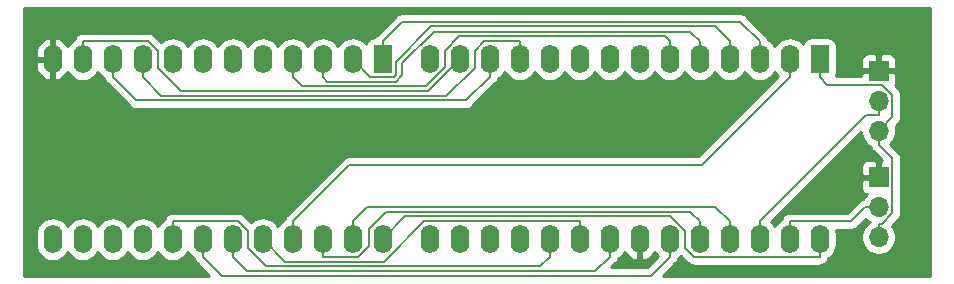
<source format=gbl>
G04 #@! TF.GenerationSoftware,KiCad,Pcbnew,(5.1.9)-1*
G04 #@! TF.CreationDate,2022-11-26T13:47:33+09:00*
G04 #@! TF.ProjectId,ROM_SOCKET,524f4d5f-534f-4434-9b45-542e6b696361,rev?*
G04 #@! TF.SameCoordinates,PX53920b0PYad82f20*
G04 #@! TF.FileFunction,Copper,L2,Bot*
G04 #@! TF.FilePolarity,Positive*
%FSLAX46Y46*%
G04 Gerber Fmt 4.6, Leading zero omitted, Abs format (unit mm)*
G04 Created by KiCad (PCBNEW (5.1.9)-1) date 2022-11-26 13:47:33*
%MOMM*%
%LPD*%
G01*
G04 APERTURE LIST*
G04 #@! TA.AperFunction,ComponentPad*
%ADD10O,1.700000X1.700000*%
G04 #@! TD*
G04 #@! TA.AperFunction,ComponentPad*
%ADD11R,1.700000X1.700000*%
G04 #@! TD*
G04 #@! TA.AperFunction,ComponentPad*
%ADD12R,1.600000X2.400000*%
G04 #@! TD*
G04 #@! TA.AperFunction,ComponentPad*
%ADD13O,1.600000X2.400000*%
G04 #@! TD*
G04 #@! TA.AperFunction,Conductor*
%ADD14C,0.200000*%
G04 #@! TD*
G04 #@! TA.AperFunction,Conductor*
%ADD15C,0.254000*%
G04 #@! TD*
G04 #@! TA.AperFunction,Conductor*
%ADD16C,0.100000*%
G04 #@! TD*
G04 APERTURE END LIST*
D10*
X73000000Y3920000D03*
X73000000Y6460000D03*
D11*
X73000000Y9000000D03*
X73000000Y18000000D03*
D10*
X73000000Y15460000D03*
X73000000Y12920000D03*
D12*
X68000000Y19000000D03*
D13*
X34980000Y3760000D03*
X65460000Y19000000D03*
X37520000Y3760000D03*
X62920000Y19000000D03*
X40060000Y3760000D03*
X60380000Y19000000D03*
X42600000Y3760000D03*
X57840000Y19000000D03*
X45140000Y3760000D03*
X55300000Y19000000D03*
X47680000Y3760000D03*
X52760000Y19000000D03*
X50220000Y3760000D03*
X50220000Y19000000D03*
X52760000Y3760000D03*
X47680000Y19000000D03*
X55300000Y3760000D03*
X45140000Y19000000D03*
X57840000Y3760000D03*
X42600000Y19000000D03*
X60380000Y3760000D03*
X40060000Y19000000D03*
X62920000Y3760000D03*
X37520000Y19000000D03*
X65460000Y3760000D03*
X34980000Y19000000D03*
X68000000Y3760000D03*
D12*
X31000000Y19000000D03*
D13*
X3060000Y3760000D03*
X28460000Y19000000D03*
X5600000Y3760000D03*
X25920000Y19000000D03*
X8140000Y3760000D03*
X23380000Y19000000D03*
X10680000Y3760000D03*
X20840000Y19000000D03*
X13220000Y3760000D03*
X18300000Y19000000D03*
X15760000Y3760000D03*
X15760000Y19000000D03*
X18300000Y3760000D03*
X13220000Y19000000D03*
X20840000Y3760000D03*
X10680000Y19000000D03*
X23380000Y3760000D03*
X8140000Y19000000D03*
X25920000Y3760000D03*
X5600000Y19000000D03*
X28460000Y3760000D03*
X3060000Y19000000D03*
X31000000Y3760000D03*
D14*
X68000000Y3760000D02*
X68000000Y2259700D01*
X31000000Y3760000D02*
X32927900Y5687900D01*
X32927900Y5687900D02*
X55363000Y5687900D01*
X55363000Y5687900D02*
X56570000Y4480900D01*
X56570000Y4480900D02*
X56570000Y3049100D01*
X56570000Y3049100D02*
X57359400Y2259700D01*
X57359400Y2259700D02*
X68000000Y2259700D01*
X73000000Y12920000D02*
X73000000Y11769700D01*
X73000000Y3920000D02*
X73000000Y5070300D01*
X73000000Y5070300D02*
X73287600Y5070300D01*
X73287600Y5070300D02*
X74150400Y5933100D01*
X74150400Y5933100D02*
X74150400Y10619300D01*
X74150400Y10619300D02*
X73000000Y11769700D01*
X68000000Y19000000D02*
X68000000Y17499700D01*
X73000000Y12920000D02*
X74161500Y14081500D01*
X74161500Y14081500D02*
X74161500Y15969300D01*
X74161500Y15969300D02*
X73281200Y16849600D01*
X73281200Y16849600D02*
X68650100Y16849600D01*
X68650100Y16849600D02*
X68000000Y17499700D01*
X65460000Y19000000D02*
X65460000Y17499700D01*
X23380000Y3760000D02*
X23380000Y5260300D01*
X23380000Y5260300D02*
X28167500Y10047800D01*
X28167500Y10047800D02*
X58008100Y10047800D01*
X58008100Y10047800D02*
X65460000Y17499700D01*
X73000000Y6460000D02*
X71849700Y6460000D01*
X65460000Y3760000D02*
X65460000Y5260300D01*
X65460000Y5260300D02*
X70650000Y5260300D01*
X70650000Y5260300D02*
X71849700Y6460000D01*
X62920000Y3760000D02*
X62920000Y5260300D01*
X73000000Y15460000D02*
X73000000Y14309700D01*
X62920000Y5260300D02*
X71969400Y14309700D01*
X71969400Y14309700D02*
X73000000Y14309700D01*
X62920000Y20500300D02*
X61250000Y22170300D01*
X61250000Y22170300D02*
X32670000Y22170300D01*
X32670000Y22170300D02*
X31000000Y20500300D01*
X62920000Y19000000D02*
X62920000Y20500300D01*
X31000000Y19000000D02*
X31000000Y20500300D01*
X60380000Y19000000D02*
X60380000Y20500300D01*
X28460000Y19000000D02*
X29960300Y17499700D01*
X29960300Y17499700D02*
X31977300Y17499700D01*
X31977300Y17499700D02*
X32100400Y17622800D01*
X32100400Y17622800D02*
X32100400Y18740300D01*
X32100400Y18740300D02*
X35130100Y21770000D01*
X35130100Y21770000D02*
X59110300Y21770000D01*
X59110300Y21770000D02*
X60380000Y20500300D01*
X25920000Y17499700D02*
X26320300Y17099400D01*
X26320300Y17099400D02*
X32143100Y17099400D01*
X32143100Y17099400D02*
X32658700Y17615000D01*
X32658700Y17615000D02*
X32658700Y18650100D01*
X32658700Y18650100D02*
X35333500Y21324900D01*
X35333500Y21324900D02*
X57015400Y21324900D01*
X57015400Y21324900D02*
X57840000Y20500300D01*
X57840000Y19000000D02*
X57840000Y20500300D01*
X25920000Y19000000D02*
X25920000Y17499700D01*
X13220000Y5260300D02*
X18756800Y5260300D01*
X18756800Y5260300D02*
X19570000Y4447100D01*
X19570000Y4447100D02*
X19570000Y3045900D01*
X19570000Y3045900D02*
X21169200Y1446700D01*
X21169200Y1446700D02*
X44327000Y1446700D01*
X44327000Y1446700D02*
X45140000Y2259700D01*
X45140000Y3760000D02*
X45140000Y2259700D01*
X13220000Y3760000D02*
X13220000Y5260300D01*
X23380000Y17499700D02*
X24180600Y16699100D01*
X24180600Y16699100D02*
X34652800Y16699100D01*
X34652800Y16699100D02*
X36250000Y18296300D01*
X36250000Y18296300D02*
X36250000Y19710100D01*
X36250000Y19710100D02*
X37464500Y20924600D01*
X37464500Y20924600D02*
X54875700Y20924600D01*
X54875700Y20924600D02*
X55300000Y20500300D01*
X55300000Y19000000D02*
X55300000Y20500300D01*
X23380000Y19000000D02*
X23380000Y17499700D01*
X47680000Y3760000D02*
X47680000Y5260300D01*
X20840000Y3760000D02*
X22752900Y1847100D01*
X22752900Y1847100D02*
X31110700Y1847100D01*
X31110700Y1847100D02*
X34523900Y5260300D01*
X34523900Y5260300D02*
X47680000Y5260300D01*
X18300000Y2259700D02*
X19513300Y1046400D01*
X19513300Y1046400D02*
X49006700Y1046400D01*
X49006700Y1046400D02*
X50220000Y2259700D01*
X50220000Y3760000D02*
X50220000Y2259700D01*
X18300000Y3760000D02*
X18300000Y2259700D01*
X15760000Y2259700D02*
X17373600Y646100D01*
X17373600Y646100D02*
X53686400Y646100D01*
X53686400Y646100D02*
X55300000Y2259700D01*
X55300000Y3760000D02*
X55300000Y2259700D01*
X15760000Y3760000D02*
X15760000Y2259700D01*
X57840000Y5260300D02*
X57012100Y6088200D01*
X57012100Y6088200D02*
X31311700Y6088200D01*
X31311700Y6088200D02*
X29816400Y4592900D01*
X29816400Y4592900D02*
X29816400Y3158200D01*
X29816400Y3158200D02*
X28917900Y2259700D01*
X28917900Y2259700D02*
X25920000Y2259700D01*
X57840000Y3760000D02*
X57840000Y5260300D01*
X25920000Y3760000D02*
X25920000Y2259700D01*
X10680000Y17499700D02*
X12281200Y15898500D01*
X12281200Y15898500D02*
X36410000Y15898500D01*
X36410000Y15898500D02*
X38790000Y18278500D01*
X38790000Y18278500D02*
X38790000Y19696600D01*
X38790000Y19696600D02*
X39593700Y20500300D01*
X39593700Y20500300D02*
X42600000Y20500300D01*
X42600000Y19000000D02*
X42600000Y20500300D01*
X10680000Y19000000D02*
X10680000Y17499700D01*
X60380000Y5260300D02*
X59151800Y6488500D01*
X59151800Y6488500D02*
X29688200Y6488500D01*
X29688200Y6488500D02*
X28460000Y5260300D01*
X60380000Y3760000D02*
X60380000Y5260300D01*
X28460000Y3760000D02*
X28460000Y5260300D01*
X8140000Y17499700D02*
X10141500Y15498200D01*
X10141500Y15498200D02*
X38058500Y15498200D01*
X38058500Y15498200D02*
X40060000Y17499700D01*
X40060000Y19000000D02*
X40060000Y17499700D01*
X8140000Y19000000D02*
X8140000Y17499700D01*
X5600000Y20500300D02*
X11145100Y20500300D01*
X11145100Y20500300D02*
X11950000Y19695400D01*
X11950000Y19695400D02*
X11950000Y18280100D01*
X11950000Y18280100D02*
X13931300Y16298800D01*
X13931300Y16298800D02*
X34818800Y16298800D01*
X34818800Y16298800D02*
X37520000Y19000000D01*
X5600000Y19000000D02*
X5600000Y20500300D01*
D15*
X77340000Y660000D02*
X54739746Y660000D01*
X55794194Y1714447D01*
X55822238Y1737462D01*
X55914087Y1849380D01*
X55982337Y1977067D01*
X56024365Y2115615D01*
X56024826Y2120299D01*
X56101100Y2161068D01*
X56275478Y2304176D01*
X56814146Y1765507D01*
X56837162Y1737462D01*
X56949080Y1645613D01*
X57076767Y1577363D01*
X57173286Y1548084D01*
X57215314Y1535335D01*
X57229532Y1533935D01*
X57323295Y1524700D01*
X57323302Y1524700D01*
X57359399Y1521145D01*
X57395496Y1524700D01*
X67963895Y1524700D01*
X68000000Y1521144D01*
X68036105Y1524700D01*
X68144085Y1535335D01*
X68282633Y1577363D01*
X68410320Y1645613D01*
X68522238Y1737462D01*
X68614087Y1849380D01*
X68682337Y1977067D01*
X68724365Y2115615D01*
X68724826Y2120299D01*
X68801100Y2161068D01*
X69019607Y2340392D01*
X69198932Y2558899D01*
X69332182Y2808192D01*
X69414236Y3078691D01*
X69435000Y3289508D01*
X69435000Y4230491D01*
X69414236Y4441309D01*
X69388758Y4525300D01*
X70613895Y4525300D01*
X70650000Y4521744D01*
X70686105Y4525300D01*
X70794085Y4535935D01*
X70932633Y4577963D01*
X71060320Y4646213D01*
X71172238Y4738062D01*
X71195258Y4766112D01*
X71894520Y5465373D01*
X72053368Y5306525D01*
X72227760Y5190000D01*
X72053368Y5073475D01*
X71846525Y4866632D01*
X71684010Y4623411D01*
X71572068Y4353158D01*
X71515000Y4066260D01*
X71515000Y3773740D01*
X71572068Y3486842D01*
X71684010Y3216589D01*
X71846525Y2973368D01*
X72053368Y2766525D01*
X72296589Y2604010D01*
X72566842Y2492068D01*
X72853740Y2435000D01*
X73146260Y2435000D01*
X73433158Y2492068D01*
X73703411Y2604010D01*
X73946632Y2766525D01*
X74153475Y2973368D01*
X74315990Y3216589D01*
X74427932Y3486842D01*
X74485000Y3773740D01*
X74485000Y4066260D01*
X74427932Y4353158D01*
X74315990Y4623411D01*
X74153475Y4866632D01*
X74138427Y4881680D01*
X74644597Y5387850D01*
X74672637Y5410862D01*
X74695650Y5438903D01*
X74695653Y5438906D01*
X74764486Y5522779D01*
X74764487Y5522780D01*
X74832737Y5650467D01*
X74874765Y5789015D01*
X74885400Y5896995D01*
X74885400Y5897004D01*
X74888955Y5933099D01*
X74885400Y5969194D01*
X74885400Y10583206D01*
X74888955Y10619301D01*
X74885400Y10655396D01*
X74885400Y10655405D01*
X74874765Y10763385D01*
X74832737Y10901933D01*
X74764487Y11029620D01*
X74672638Y11141538D01*
X74644593Y11164554D01*
X73994627Y11814520D01*
X74153475Y11973368D01*
X74315990Y12216589D01*
X74427932Y12486842D01*
X74485000Y12773740D01*
X74485000Y13066260D01*
X74435344Y13315897D01*
X74655697Y13536250D01*
X74683737Y13559262D01*
X74706750Y13587303D01*
X74706753Y13587306D01*
X74753580Y13644365D01*
X74775587Y13671180D01*
X74843837Y13798867D01*
X74885865Y13937415D01*
X74894695Y14027067D01*
X74900056Y14081499D01*
X74896500Y14117604D01*
X74896500Y15933206D01*
X74900055Y15969301D01*
X74896500Y16005396D01*
X74896500Y16005405D01*
X74885865Y16113385D01*
X74843837Y16251933D01*
X74775587Y16379620D01*
X74683738Y16491538D01*
X74655693Y16514554D01*
X74377924Y16792322D01*
X74380537Y16795506D01*
X74439502Y16905820D01*
X74475812Y17025518D01*
X74488072Y17150000D01*
X74485000Y17714250D01*
X74326250Y17873000D01*
X73127000Y17873000D01*
X73127000Y17853000D01*
X72873000Y17853000D01*
X72873000Y17873000D01*
X71673750Y17873000D01*
X71515000Y17714250D01*
X71514294Y17584600D01*
X69398232Y17584600D01*
X69425812Y17675518D01*
X69438072Y17800000D01*
X69438072Y18850000D01*
X71511928Y18850000D01*
X71515000Y18285750D01*
X71673750Y18127000D01*
X72873000Y18127000D01*
X72873000Y19326250D01*
X73127000Y19326250D01*
X73127000Y18127000D01*
X74326250Y18127000D01*
X74485000Y18285750D01*
X74488072Y18850000D01*
X74475812Y18974482D01*
X74439502Y19094180D01*
X74380537Y19204494D01*
X74301185Y19301185D01*
X74204494Y19380537D01*
X74094180Y19439502D01*
X73974482Y19475812D01*
X73850000Y19488072D01*
X73285750Y19485000D01*
X73127000Y19326250D01*
X72873000Y19326250D01*
X72714250Y19485000D01*
X72150000Y19488072D01*
X72025518Y19475812D01*
X71905820Y19439502D01*
X71795506Y19380537D01*
X71698815Y19301185D01*
X71619463Y19204494D01*
X71560498Y19094180D01*
X71524188Y18974482D01*
X71511928Y18850000D01*
X69438072Y18850000D01*
X69438072Y20200000D01*
X69425812Y20324482D01*
X69389502Y20444180D01*
X69330537Y20554494D01*
X69251185Y20651185D01*
X69154494Y20730537D01*
X69044180Y20789502D01*
X68924482Y20825812D01*
X68800000Y20838072D01*
X67200000Y20838072D01*
X67075518Y20825812D01*
X66955820Y20789502D01*
X66845506Y20730537D01*
X66748815Y20651185D01*
X66669463Y20554494D01*
X66610498Y20444180D01*
X66574188Y20324482D01*
X66572419Y20306518D01*
X66479608Y20419608D01*
X66261101Y20598932D01*
X66011808Y20732182D01*
X65741309Y20814236D01*
X65460000Y20841943D01*
X65178692Y20814236D01*
X64908193Y20732182D01*
X64658900Y20598932D01*
X64440393Y20419608D01*
X64261068Y20201101D01*
X64190000Y20068142D01*
X64118932Y20201101D01*
X63939608Y20419608D01*
X63721101Y20598932D01*
X63644826Y20639702D01*
X63644365Y20644385D01*
X63602337Y20782934D01*
X63534087Y20910620D01*
X63465253Y20994494D01*
X63442238Y21022538D01*
X63414193Y21045554D01*
X61795258Y22664488D01*
X61772238Y22692538D01*
X61660320Y22784387D01*
X61532633Y22852637D01*
X61394085Y22894665D01*
X61286105Y22905300D01*
X61250000Y22908856D01*
X61213895Y22905300D01*
X32706105Y22905300D01*
X32670000Y22908856D01*
X32525915Y22894665D01*
X32387366Y22852637D01*
X32259680Y22784387D01*
X32147762Y22692538D01*
X32124746Y22664493D01*
X30505808Y21045554D01*
X30477763Y21022538D01*
X30385914Y20910620D01*
X30347136Y20838072D01*
X30200000Y20838072D01*
X30075518Y20825812D01*
X29955820Y20789502D01*
X29845506Y20730537D01*
X29748815Y20651185D01*
X29669463Y20554494D01*
X29610498Y20444180D01*
X29574188Y20324482D01*
X29572419Y20306518D01*
X29479608Y20419608D01*
X29261101Y20598932D01*
X29011808Y20732182D01*
X28741309Y20814236D01*
X28460000Y20841943D01*
X28178692Y20814236D01*
X27908193Y20732182D01*
X27658900Y20598932D01*
X27440393Y20419608D01*
X27261068Y20201101D01*
X27190000Y20068142D01*
X27118932Y20201101D01*
X26939608Y20419608D01*
X26721101Y20598932D01*
X26471808Y20732182D01*
X26201309Y20814236D01*
X25920000Y20841943D01*
X25638692Y20814236D01*
X25368193Y20732182D01*
X25118900Y20598932D01*
X24900393Y20419608D01*
X24721068Y20201101D01*
X24650000Y20068142D01*
X24578932Y20201101D01*
X24399608Y20419608D01*
X24181101Y20598932D01*
X23931808Y20732182D01*
X23661309Y20814236D01*
X23380000Y20841943D01*
X23098692Y20814236D01*
X22828193Y20732182D01*
X22578900Y20598932D01*
X22360393Y20419608D01*
X22181068Y20201101D01*
X22110000Y20068142D01*
X22038932Y20201101D01*
X21859608Y20419608D01*
X21641101Y20598932D01*
X21391808Y20732182D01*
X21121309Y20814236D01*
X20840000Y20841943D01*
X20558692Y20814236D01*
X20288193Y20732182D01*
X20038900Y20598932D01*
X19820393Y20419608D01*
X19641068Y20201101D01*
X19570000Y20068142D01*
X19498932Y20201101D01*
X19319608Y20419608D01*
X19101101Y20598932D01*
X18851808Y20732182D01*
X18581309Y20814236D01*
X18300000Y20841943D01*
X18018692Y20814236D01*
X17748193Y20732182D01*
X17498900Y20598932D01*
X17280393Y20419608D01*
X17101068Y20201101D01*
X17030000Y20068142D01*
X16958932Y20201101D01*
X16779608Y20419608D01*
X16561101Y20598932D01*
X16311808Y20732182D01*
X16041309Y20814236D01*
X15760000Y20841943D01*
X15478692Y20814236D01*
X15208193Y20732182D01*
X14958900Y20598932D01*
X14740393Y20419608D01*
X14561068Y20201101D01*
X14490000Y20068142D01*
X14418932Y20201101D01*
X14239608Y20419608D01*
X14021101Y20598932D01*
X13771808Y20732182D01*
X13501309Y20814236D01*
X13220000Y20841943D01*
X12938692Y20814236D01*
X12668193Y20732182D01*
X12418900Y20598932D01*
X12236009Y20448837D01*
X11690358Y20994488D01*
X11667338Y21022538D01*
X11555420Y21114387D01*
X11427733Y21182637D01*
X11289185Y21224665D01*
X11181205Y21235300D01*
X11145100Y21238856D01*
X11108995Y21235300D01*
X5636105Y21235300D01*
X5600000Y21238856D01*
X5563895Y21235300D01*
X5455915Y21224665D01*
X5317367Y21182637D01*
X5189680Y21114387D01*
X5077762Y21022538D01*
X4985913Y20910620D01*
X4917663Y20782933D01*
X4875635Y20644385D01*
X4875174Y20639701D01*
X4798900Y20598932D01*
X4580393Y20419608D01*
X4401068Y20201101D01*
X4332735Y20073259D01*
X4182601Y20302839D01*
X3984895Y20504500D01*
X3751646Y20663715D01*
X3491818Y20774367D01*
X3409039Y20791904D01*
X3187000Y20669915D01*
X3187000Y19127000D01*
X3207000Y19127000D01*
X3207000Y18873000D01*
X3187000Y18873000D01*
X3187000Y17330085D01*
X3409039Y17208096D01*
X3491818Y17225633D01*
X3751646Y17336285D01*
X3984895Y17495500D01*
X4182601Y17697161D01*
X4332735Y17926742D01*
X4401068Y17798900D01*
X4580392Y17580393D01*
X4798899Y17401068D01*
X5048192Y17267818D01*
X5318691Y17185764D01*
X5600000Y17158057D01*
X5881308Y17185764D01*
X6151807Y17267818D01*
X6401100Y17401068D01*
X6619607Y17580392D01*
X6798932Y17798899D01*
X6870000Y17931858D01*
X6941068Y17798900D01*
X7120392Y17580393D01*
X7338899Y17401068D01*
X7415174Y17360298D01*
X7415635Y17355615D01*
X7456368Y17221338D01*
X7457664Y17217067D01*
X7525914Y17089380D01*
X7617763Y16977462D01*
X7645807Y16954447D01*
X9596246Y15004007D01*
X9619262Y14975962D01*
X9731180Y14884113D01*
X9858867Y14815863D01*
X9997415Y14773835D01*
X10105395Y14763200D01*
X10105404Y14763200D01*
X10141499Y14759645D01*
X10177594Y14763200D01*
X38022395Y14763200D01*
X38058500Y14759644D01*
X38094605Y14763200D01*
X38202585Y14773835D01*
X38341133Y14815863D01*
X38468820Y14884113D01*
X38580738Y14975962D01*
X38603758Y15004012D01*
X40554194Y16954447D01*
X40582238Y16977462D01*
X40674087Y17089380D01*
X40742337Y17217067D01*
X40784365Y17355615D01*
X40784826Y17360299D01*
X40861100Y17401068D01*
X41079607Y17580392D01*
X41258932Y17798899D01*
X41330000Y17931858D01*
X41401068Y17798900D01*
X41580392Y17580393D01*
X41798899Y17401068D01*
X42048192Y17267818D01*
X42318691Y17185764D01*
X42600000Y17158057D01*
X42881308Y17185764D01*
X43151807Y17267818D01*
X43401100Y17401068D01*
X43619607Y17580392D01*
X43798932Y17798899D01*
X43870000Y17931858D01*
X43941068Y17798900D01*
X44120392Y17580393D01*
X44338899Y17401068D01*
X44588192Y17267818D01*
X44858691Y17185764D01*
X45140000Y17158057D01*
X45421308Y17185764D01*
X45691807Y17267818D01*
X45941100Y17401068D01*
X46159607Y17580392D01*
X46338932Y17798899D01*
X46410000Y17931858D01*
X46481068Y17798900D01*
X46660392Y17580393D01*
X46878899Y17401068D01*
X47128192Y17267818D01*
X47398691Y17185764D01*
X47680000Y17158057D01*
X47961308Y17185764D01*
X48231807Y17267818D01*
X48481100Y17401068D01*
X48699607Y17580392D01*
X48878932Y17798899D01*
X48950000Y17931858D01*
X49021068Y17798900D01*
X49200392Y17580393D01*
X49418899Y17401068D01*
X49668192Y17267818D01*
X49938691Y17185764D01*
X50220000Y17158057D01*
X50501308Y17185764D01*
X50771807Y17267818D01*
X51021100Y17401068D01*
X51239607Y17580392D01*
X51418932Y17798899D01*
X51490000Y17931858D01*
X51561068Y17798900D01*
X51740392Y17580393D01*
X51958899Y17401068D01*
X52208192Y17267818D01*
X52478691Y17185764D01*
X52760000Y17158057D01*
X53041308Y17185764D01*
X53311807Y17267818D01*
X53561100Y17401068D01*
X53779607Y17580392D01*
X53958932Y17798899D01*
X54030000Y17931858D01*
X54101068Y17798900D01*
X54280392Y17580393D01*
X54498899Y17401068D01*
X54748192Y17267818D01*
X55018691Y17185764D01*
X55300000Y17158057D01*
X55581308Y17185764D01*
X55851807Y17267818D01*
X56101100Y17401068D01*
X56319607Y17580392D01*
X56498932Y17798899D01*
X56570000Y17931858D01*
X56641068Y17798900D01*
X56820392Y17580393D01*
X57038899Y17401068D01*
X57288192Y17267818D01*
X57558691Y17185764D01*
X57840000Y17158057D01*
X58121308Y17185764D01*
X58391807Y17267818D01*
X58641100Y17401068D01*
X58859607Y17580392D01*
X59038932Y17798899D01*
X59110000Y17931858D01*
X59181068Y17798900D01*
X59360392Y17580393D01*
X59578899Y17401068D01*
X59828192Y17267818D01*
X60098691Y17185764D01*
X60380000Y17158057D01*
X60661308Y17185764D01*
X60931807Y17267818D01*
X61181100Y17401068D01*
X61399607Y17580392D01*
X61578932Y17798899D01*
X61650000Y17931858D01*
X61721068Y17798900D01*
X61900392Y17580393D01*
X62118899Y17401068D01*
X62368192Y17267818D01*
X62638691Y17185764D01*
X62920000Y17158057D01*
X63201308Y17185764D01*
X63471807Y17267818D01*
X63721100Y17401068D01*
X63939607Y17580392D01*
X64118932Y17798899D01*
X64190000Y17931858D01*
X64261068Y17798900D01*
X64440392Y17580393D01*
X64473816Y17552963D01*
X57703654Y10782800D01*
X28203594Y10782800D01*
X28167499Y10786355D01*
X28131404Y10782800D01*
X28131395Y10782800D01*
X28023415Y10772165D01*
X27884867Y10730137D01*
X27757180Y10661887D01*
X27645262Y10570038D01*
X27622246Y10541993D01*
X22885808Y5805554D01*
X22857763Y5782538D01*
X22765914Y5670620D01*
X22714396Y5574236D01*
X22697664Y5542933D01*
X22655635Y5404385D01*
X22655174Y5399701D01*
X22578900Y5358932D01*
X22360393Y5179608D01*
X22181068Y4961101D01*
X22110000Y4828142D01*
X22038932Y4961101D01*
X21859608Y5179608D01*
X21641101Y5358932D01*
X21391808Y5492182D01*
X21121309Y5574236D01*
X20840000Y5601943D01*
X20558692Y5574236D01*
X20288193Y5492182D01*
X20038900Y5358932D01*
X19851450Y5205096D01*
X19302058Y5754488D01*
X19279038Y5782538D01*
X19167120Y5874387D01*
X19039433Y5942637D01*
X18900885Y5984665D01*
X18792905Y5995300D01*
X18756800Y5998856D01*
X18720695Y5995300D01*
X13256105Y5995300D01*
X13220000Y5998856D01*
X13183895Y5995300D01*
X13075915Y5984665D01*
X12937367Y5942637D01*
X12809680Y5874387D01*
X12697762Y5782538D01*
X12605913Y5670620D01*
X12537663Y5542933D01*
X12495635Y5404385D01*
X12495174Y5399701D01*
X12418900Y5358932D01*
X12200393Y5179608D01*
X12021068Y4961101D01*
X11950000Y4828142D01*
X11878932Y4961101D01*
X11699608Y5179608D01*
X11481101Y5358932D01*
X11231808Y5492182D01*
X10961309Y5574236D01*
X10680000Y5601943D01*
X10398692Y5574236D01*
X10128193Y5492182D01*
X9878900Y5358932D01*
X9660393Y5179608D01*
X9481068Y4961101D01*
X9410000Y4828142D01*
X9338932Y4961101D01*
X9159608Y5179608D01*
X8941101Y5358932D01*
X8691808Y5492182D01*
X8421309Y5574236D01*
X8140000Y5601943D01*
X7858692Y5574236D01*
X7588193Y5492182D01*
X7338900Y5358932D01*
X7120393Y5179608D01*
X6941068Y4961101D01*
X6870000Y4828142D01*
X6798932Y4961101D01*
X6619608Y5179608D01*
X6401101Y5358932D01*
X6151808Y5492182D01*
X5881309Y5574236D01*
X5600000Y5601943D01*
X5318692Y5574236D01*
X5048193Y5492182D01*
X4798900Y5358932D01*
X4580393Y5179608D01*
X4401068Y4961101D01*
X4330000Y4828142D01*
X4258932Y4961101D01*
X4079608Y5179608D01*
X3861101Y5358932D01*
X3611808Y5492182D01*
X3341309Y5574236D01*
X3060000Y5601943D01*
X2778692Y5574236D01*
X2508193Y5492182D01*
X2258900Y5358932D01*
X2040393Y5179608D01*
X1861068Y4961101D01*
X1727818Y4711808D01*
X1645764Y4441309D01*
X1625000Y4230492D01*
X1625000Y3289509D01*
X1645764Y3078692D01*
X1727818Y2808193D01*
X1861068Y2558900D01*
X2040392Y2340393D01*
X2258899Y2161068D01*
X2508192Y2027818D01*
X2778691Y1945764D01*
X3060000Y1918057D01*
X3341308Y1945764D01*
X3611807Y2027818D01*
X3861100Y2161068D01*
X4079607Y2340392D01*
X4258932Y2558899D01*
X4330000Y2691858D01*
X4401068Y2558900D01*
X4580392Y2340393D01*
X4798899Y2161068D01*
X5048192Y2027818D01*
X5318691Y1945764D01*
X5600000Y1918057D01*
X5881308Y1945764D01*
X6151807Y2027818D01*
X6401100Y2161068D01*
X6619607Y2340392D01*
X6798932Y2558899D01*
X6870000Y2691858D01*
X6941068Y2558900D01*
X7120392Y2340393D01*
X7338899Y2161068D01*
X7588192Y2027818D01*
X7858691Y1945764D01*
X8140000Y1918057D01*
X8421308Y1945764D01*
X8691807Y2027818D01*
X8941100Y2161068D01*
X9159607Y2340392D01*
X9338932Y2558899D01*
X9410000Y2691858D01*
X9481068Y2558900D01*
X9660392Y2340393D01*
X9878899Y2161068D01*
X10128192Y2027818D01*
X10398691Y1945764D01*
X10680000Y1918057D01*
X10961308Y1945764D01*
X11231807Y2027818D01*
X11481100Y2161068D01*
X11699607Y2340392D01*
X11878932Y2558899D01*
X11950000Y2691858D01*
X12021068Y2558900D01*
X12200392Y2340393D01*
X12418899Y2161068D01*
X12668192Y2027818D01*
X12938691Y1945764D01*
X13220000Y1918057D01*
X13501308Y1945764D01*
X13771807Y2027818D01*
X14021100Y2161068D01*
X14239607Y2340392D01*
X14418932Y2558899D01*
X14490000Y2691858D01*
X14561068Y2558900D01*
X14740392Y2340393D01*
X14958899Y2161068D01*
X15035174Y2120298D01*
X15035635Y2115615D01*
X15077664Y1977067D01*
X15145914Y1849380D01*
X15237763Y1737462D01*
X15265807Y1714447D01*
X16320253Y660000D01*
X660000Y660000D01*
X660000Y18873000D01*
X1625000Y18873000D01*
X1625000Y18473000D01*
X1677350Y18195486D01*
X1782834Y17933517D01*
X1937399Y17697161D01*
X2135105Y17495500D01*
X2368354Y17336285D01*
X2628182Y17225633D01*
X2710961Y17208096D01*
X2933000Y17330085D01*
X2933000Y18873000D01*
X1625000Y18873000D01*
X660000Y18873000D01*
X660000Y19527000D01*
X1625000Y19527000D01*
X1625000Y19127000D01*
X2933000Y19127000D01*
X2933000Y20669915D01*
X2710961Y20791904D01*
X2628182Y20774367D01*
X2368354Y20663715D01*
X2135105Y20504500D01*
X1937399Y20302839D01*
X1782834Y20066483D01*
X1677350Y19804514D01*
X1625000Y19527000D01*
X660000Y19527000D01*
X660000Y23340000D01*
X77340001Y23340000D01*
X77340000Y660000D01*
G04 #@! TA.AperFunction,Conductor*
D16*
G36*
X77340000Y660000D02*
G01*
X54739746Y660000D01*
X55794194Y1714447D01*
X55822238Y1737462D01*
X55914087Y1849380D01*
X55982337Y1977067D01*
X56024365Y2115615D01*
X56024826Y2120299D01*
X56101100Y2161068D01*
X56275478Y2304176D01*
X56814146Y1765507D01*
X56837162Y1737462D01*
X56949080Y1645613D01*
X57076767Y1577363D01*
X57173286Y1548084D01*
X57215314Y1535335D01*
X57229532Y1533935D01*
X57323295Y1524700D01*
X57323302Y1524700D01*
X57359399Y1521145D01*
X57395496Y1524700D01*
X67963895Y1524700D01*
X68000000Y1521144D01*
X68036105Y1524700D01*
X68144085Y1535335D01*
X68282633Y1577363D01*
X68410320Y1645613D01*
X68522238Y1737462D01*
X68614087Y1849380D01*
X68682337Y1977067D01*
X68724365Y2115615D01*
X68724826Y2120299D01*
X68801100Y2161068D01*
X69019607Y2340392D01*
X69198932Y2558899D01*
X69332182Y2808192D01*
X69414236Y3078691D01*
X69435000Y3289508D01*
X69435000Y4230491D01*
X69414236Y4441309D01*
X69388758Y4525300D01*
X70613895Y4525300D01*
X70650000Y4521744D01*
X70686105Y4525300D01*
X70794085Y4535935D01*
X70932633Y4577963D01*
X71060320Y4646213D01*
X71172238Y4738062D01*
X71195258Y4766112D01*
X71894520Y5465373D01*
X72053368Y5306525D01*
X72227760Y5190000D01*
X72053368Y5073475D01*
X71846525Y4866632D01*
X71684010Y4623411D01*
X71572068Y4353158D01*
X71515000Y4066260D01*
X71515000Y3773740D01*
X71572068Y3486842D01*
X71684010Y3216589D01*
X71846525Y2973368D01*
X72053368Y2766525D01*
X72296589Y2604010D01*
X72566842Y2492068D01*
X72853740Y2435000D01*
X73146260Y2435000D01*
X73433158Y2492068D01*
X73703411Y2604010D01*
X73946632Y2766525D01*
X74153475Y2973368D01*
X74315990Y3216589D01*
X74427932Y3486842D01*
X74485000Y3773740D01*
X74485000Y4066260D01*
X74427932Y4353158D01*
X74315990Y4623411D01*
X74153475Y4866632D01*
X74138427Y4881680D01*
X74644597Y5387850D01*
X74672637Y5410862D01*
X74695650Y5438903D01*
X74695653Y5438906D01*
X74764486Y5522779D01*
X74764487Y5522780D01*
X74832737Y5650467D01*
X74874765Y5789015D01*
X74885400Y5896995D01*
X74885400Y5897004D01*
X74888955Y5933099D01*
X74885400Y5969194D01*
X74885400Y10583206D01*
X74888955Y10619301D01*
X74885400Y10655396D01*
X74885400Y10655405D01*
X74874765Y10763385D01*
X74832737Y10901933D01*
X74764487Y11029620D01*
X74672638Y11141538D01*
X74644593Y11164554D01*
X73994627Y11814520D01*
X74153475Y11973368D01*
X74315990Y12216589D01*
X74427932Y12486842D01*
X74485000Y12773740D01*
X74485000Y13066260D01*
X74435344Y13315897D01*
X74655697Y13536250D01*
X74683737Y13559262D01*
X74706750Y13587303D01*
X74706753Y13587306D01*
X74753580Y13644365D01*
X74775587Y13671180D01*
X74843837Y13798867D01*
X74885865Y13937415D01*
X74894695Y14027067D01*
X74900056Y14081499D01*
X74896500Y14117604D01*
X74896500Y15933206D01*
X74900055Y15969301D01*
X74896500Y16005396D01*
X74896500Y16005405D01*
X74885865Y16113385D01*
X74843837Y16251933D01*
X74775587Y16379620D01*
X74683738Y16491538D01*
X74655693Y16514554D01*
X74377924Y16792322D01*
X74380537Y16795506D01*
X74439502Y16905820D01*
X74475812Y17025518D01*
X74488072Y17150000D01*
X74485000Y17714250D01*
X74326250Y17873000D01*
X73127000Y17873000D01*
X73127000Y17853000D01*
X72873000Y17853000D01*
X72873000Y17873000D01*
X71673750Y17873000D01*
X71515000Y17714250D01*
X71514294Y17584600D01*
X69398232Y17584600D01*
X69425812Y17675518D01*
X69438072Y17800000D01*
X69438072Y18850000D01*
X71511928Y18850000D01*
X71515000Y18285750D01*
X71673750Y18127000D01*
X72873000Y18127000D01*
X72873000Y19326250D01*
X73127000Y19326250D01*
X73127000Y18127000D01*
X74326250Y18127000D01*
X74485000Y18285750D01*
X74488072Y18850000D01*
X74475812Y18974482D01*
X74439502Y19094180D01*
X74380537Y19204494D01*
X74301185Y19301185D01*
X74204494Y19380537D01*
X74094180Y19439502D01*
X73974482Y19475812D01*
X73850000Y19488072D01*
X73285750Y19485000D01*
X73127000Y19326250D01*
X72873000Y19326250D01*
X72714250Y19485000D01*
X72150000Y19488072D01*
X72025518Y19475812D01*
X71905820Y19439502D01*
X71795506Y19380537D01*
X71698815Y19301185D01*
X71619463Y19204494D01*
X71560498Y19094180D01*
X71524188Y18974482D01*
X71511928Y18850000D01*
X69438072Y18850000D01*
X69438072Y20200000D01*
X69425812Y20324482D01*
X69389502Y20444180D01*
X69330537Y20554494D01*
X69251185Y20651185D01*
X69154494Y20730537D01*
X69044180Y20789502D01*
X68924482Y20825812D01*
X68800000Y20838072D01*
X67200000Y20838072D01*
X67075518Y20825812D01*
X66955820Y20789502D01*
X66845506Y20730537D01*
X66748815Y20651185D01*
X66669463Y20554494D01*
X66610498Y20444180D01*
X66574188Y20324482D01*
X66572419Y20306518D01*
X66479608Y20419608D01*
X66261101Y20598932D01*
X66011808Y20732182D01*
X65741309Y20814236D01*
X65460000Y20841943D01*
X65178692Y20814236D01*
X64908193Y20732182D01*
X64658900Y20598932D01*
X64440393Y20419608D01*
X64261068Y20201101D01*
X64190000Y20068142D01*
X64118932Y20201101D01*
X63939608Y20419608D01*
X63721101Y20598932D01*
X63644826Y20639702D01*
X63644365Y20644385D01*
X63602337Y20782934D01*
X63534087Y20910620D01*
X63465253Y20994494D01*
X63442238Y21022538D01*
X63414193Y21045554D01*
X61795258Y22664488D01*
X61772238Y22692538D01*
X61660320Y22784387D01*
X61532633Y22852637D01*
X61394085Y22894665D01*
X61286105Y22905300D01*
X61250000Y22908856D01*
X61213895Y22905300D01*
X32706105Y22905300D01*
X32670000Y22908856D01*
X32525915Y22894665D01*
X32387366Y22852637D01*
X32259680Y22784387D01*
X32147762Y22692538D01*
X32124746Y22664493D01*
X30505808Y21045554D01*
X30477763Y21022538D01*
X30385914Y20910620D01*
X30347136Y20838072D01*
X30200000Y20838072D01*
X30075518Y20825812D01*
X29955820Y20789502D01*
X29845506Y20730537D01*
X29748815Y20651185D01*
X29669463Y20554494D01*
X29610498Y20444180D01*
X29574188Y20324482D01*
X29572419Y20306518D01*
X29479608Y20419608D01*
X29261101Y20598932D01*
X29011808Y20732182D01*
X28741309Y20814236D01*
X28460000Y20841943D01*
X28178692Y20814236D01*
X27908193Y20732182D01*
X27658900Y20598932D01*
X27440393Y20419608D01*
X27261068Y20201101D01*
X27190000Y20068142D01*
X27118932Y20201101D01*
X26939608Y20419608D01*
X26721101Y20598932D01*
X26471808Y20732182D01*
X26201309Y20814236D01*
X25920000Y20841943D01*
X25638692Y20814236D01*
X25368193Y20732182D01*
X25118900Y20598932D01*
X24900393Y20419608D01*
X24721068Y20201101D01*
X24650000Y20068142D01*
X24578932Y20201101D01*
X24399608Y20419608D01*
X24181101Y20598932D01*
X23931808Y20732182D01*
X23661309Y20814236D01*
X23380000Y20841943D01*
X23098692Y20814236D01*
X22828193Y20732182D01*
X22578900Y20598932D01*
X22360393Y20419608D01*
X22181068Y20201101D01*
X22110000Y20068142D01*
X22038932Y20201101D01*
X21859608Y20419608D01*
X21641101Y20598932D01*
X21391808Y20732182D01*
X21121309Y20814236D01*
X20840000Y20841943D01*
X20558692Y20814236D01*
X20288193Y20732182D01*
X20038900Y20598932D01*
X19820393Y20419608D01*
X19641068Y20201101D01*
X19570000Y20068142D01*
X19498932Y20201101D01*
X19319608Y20419608D01*
X19101101Y20598932D01*
X18851808Y20732182D01*
X18581309Y20814236D01*
X18300000Y20841943D01*
X18018692Y20814236D01*
X17748193Y20732182D01*
X17498900Y20598932D01*
X17280393Y20419608D01*
X17101068Y20201101D01*
X17030000Y20068142D01*
X16958932Y20201101D01*
X16779608Y20419608D01*
X16561101Y20598932D01*
X16311808Y20732182D01*
X16041309Y20814236D01*
X15760000Y20841943D01*
X15478692Y20814236D01*
X15208193Y20732182D01*
X14958900Y20598932D01*
X14740393Y20419608D01*
X14561068Y20201101D01*
X14490000Y20068142D01*
X14418932Y20201101D01*
X14239608Y20419608D01*
X14021101Y20598932D01*
X13771808Y20732182D01*
X13501309Y20814236D01*
X13220000Y20841943D01*
X12938692Y20814236D01*
X12668193Y20732182D01*
X12418900Y20598932D01*
X12236009Y20448837D01*
X11690358Y20994488D01*
X11667338Y21022538D01*
X11555420Y21114387D01*
X11427733Y21182637D01*
X11289185Y21224665D01*
X11181205Y21235300D01*
X11145100Y21238856D01*
X11108995Y21235300D01*
X5636105Y21235300D01*
X5600000Y21238856D01*
X5563895Y21235300D01*
X5455915Y21224665D01*
X5317367Y21182637D01*
X5189680Y21114387D01*
X5077762Y21022538D01*
X4985913Y20910620D01*
X4917663Y20782933D01*
X4875635Y20644385D01*
X4875174Y20639701D01*
X4798900Y20598932D01*
X4580393Y20419608D01*
X4401068Y20201101D01*
X4332735Y20073259D01*
X4182601Y20302839D01*
X3984895Y20504500D01*
X3751646Y20663715D01*
X3491818Y20774367D01*
X3409039Y20791904D01*
X3187000Y20669915D01*
X3187000Y19127000D01*
X3207000Y19127000D01*
X3207000Y18873000D01*
X3187000Y18873000D01*
X3187000Y17330085D01*
X3409039Y17208096D01*
X3491818Y17225633D01*
X3751646Y17336285D01*
X3984895Y17495500D01*
X4182601Y17697161D01*
X4332735Y17926742D01*
X4401068Y17798900D01*
X4580392Y17580393D01*
X4798899Y17401068D01*
X5048192Y17267818D01*
X5318691Y17185764D01*
X5600000Y17158057D01*
X5881308Y17185764D01*
X6151807Y17267818D01*
X6401100Y17401068D01*
X6619607Y17580392D01*
X6798932Y17798899D01*
X6870000Y17931858D01*
X6941068Y17798900D01*
X7120392Y17580393D01*
X7338899Y17401068D01*
X7415174Y17360298D01*
X7415635Y17355615D01*
X7456368Y17221338D01*
X7457664Y17217067D01*
X7525914Y17089380D01*
X7617763Y16977462D01*
X7645807Y16954447D01*
X9596246Y15004007D01*
X9619262Y14975962D01*
X9731180Y14884113D01*
X9858867Y14815863D01*
X9997415Y14773835D01*
X10105395Y14763200D01*
X10105404Y14763200D01*
X10141499Y14759645D01*
X10177594Y14763200D01*
X38022395Y14763200D01*
X38058500Y14759644D01*
X38094605Y14763200D01*
X38202585Y14773835D01*
X38341133Y14815863D01*
X38468820Y14884113D01*
X38580738Y14975962D01*
X38603758Y15004012D01*
X40554194Y16954447D01*
X40582238Y16977462D01*
X40674087Y17089380D01*
X40742337Y17217067D01*
X40784365Y17355615D01*
X40784826Y17360299D01*
X40861100Y17401068D01*
X41079607Y17580392D01*
X41258932Y17798899D01*
X41330000Y17931858D01*
X41401068Y17798900D01*
X41580392Y17580393D01*
X41798899Y17401068D01*
X42048192Y17267818D01*
X42318691Y17185764D01*
X42600000Y17158057D01*
X42881308Y17185764D01*
X43151807Y17267818D01*
X43401100Y17401068D01*
X43619607Y17580392D01*
X43798932Y17798899D01*
X43870000Y17931858D01*
X43941068Y17798900D01*
X44120392Y17580393D01*
X44338899Y17401068D01*
X44588192Y17267818D01*
X44858691Y17185764D01*
X45140000Y17158057D01*
X45421308Y17185764D01*
X45691807Y17267818D01*
X45941100Y17401068D01*
X46159607Y17580392D01*
X46338932Y17798899D01*
X46410000Y17931858D01*
X46481068Y17798900D01*
X46660392Y17580393D01*
X46878899Y17401068D01*
X47128192Y17267818D01*
X47398691Y17185764D01*
X47680000Y17158057D01*
X47961308Y17185764D01*
X48231807Y17267818D01*
X48481100Y17401068D01*
X48699607Y17580392D01*
X48878932Y17798899D01*
X48950000Y17931858D01*
X49021068Y17798900D01*
X49200392Y17580393D01*
X49418899Y17401068D01*
X49668192Y17267818D01*
X49938691Y17185764D01*
X50220000Y17158057D01*
X50501308Y17185764D01*
X50771807Y17267818D01*
X51021100Y17401068D01*
X51239607Y17580392D01*
X51418932Y17798899D01*
X51490000Y17931858D01*
X51561068Y17798900D01*
X51740392Y17580393D01*
X51958899Y17401068D01*
X52208192Y17267818D01*
X52478691Y17185764D01*
X52760000Y17158057D01*
X53041308Y17185764D01*
X53311807Y17267818D01*
X53561100Y17401068D01*
X53779607Y17580392D01*
X53958932Y17798899D01*
X54030000Y17931858D01*
X54101068Y17798900D01*
X54280392Y17580393D01*
X54498899Y17401068D01*
X54748192Y17267818D01*
X55018691Y17185764D01*
X55300000Y17158057D01*
X55581308Y17185764D01*
X55851807Y17267818D01*
X56101100Y17401068D01*
X56319607Y17580392D01*
X56498932Y17798899D01*
X56570000Y17931858D01*
X56641068Y17798900D01*
X56820392Y17580393D01*
X57038899Y17401068D01*
X57288192Y17267818D01*
X57558691Y17185764D01*
X57840000Y17158057D01*
X58121308Y17185764D01*
X58391807Y17267818D01*
X58641100Y17401068D01*
X58859607Y17580392D01*
X59038932Y17798899D01*
X59110000Y17931858D01*
X59181068Y17798900D01*
X59360392Y17580393D01*
X59578899Y17401068D01*
X59828192Y17267818D01*
X60098691Y17185764D01*
X60380000Y17158057D01*
X60661308Y17185764D01*
X60931807Y17267818D01*
X61181100Y17401068D01*
X61399607Y17580392D01*
X61578932Y17798899D01*
X61650000Y17931858D01*
X61721068Y17798900D01*
X61900392Y17580393D01*
X62118899Y17401068D01*
X62368192Y17267818D01*
X62638691Y17185764D01*
X62920000Y17158057D01*
X63201308Y17185764D01*
X63471807Y17267818D01*
X63721100Y17401068D01*
X63939607Y17580392D01*
X64118932Y17798899D01*
X64190000Y17931858D01*
X64261068Y17798900D01*
X64440392Y17580393D01*
X64473816Y17552963D01*
X57703654Y10782800D01*
X28203594Y10782800D01*
X28167499Y10786355D01*
X28131404Y10782800D01*
X28131395Y10782800D01*
X28023415Y10772165D01*
X27884867Y10730137D01*
X27757180Y10661887D01*
X27645262Y10570038D01*
X27622246Y10541993D01*
X22885808Y5805554D01*
X22857763Y5782538D01*
X22765914Y5670620D01*
X22714396Y5574236D01*
X22697664Y5542933D01*
X22655635Y5404385D01*
X22655174Y5399701D01*
X22578900Y5358932D01*
X22360393Y5179608D01*
X22181068Y4961101D01*
X22110000Y4828142D01*
X22038932Y4961101D01*
X21859608Y5179608D01*
X21641101Y5358932D01*
X21391808Y5492182D01*
X21121309Y5574236D01*
X20840000Y5601943D01*
X20558692Y5574236D01*
X20288193Y5492182D01*
X20038900Y5358932D01*
X19851450Y5205096D01*
X19302058Y5754488D01*
X19279038Y5782538D01*
X19167120Y5874387D01*
X19039433Y5942637D01*
X18900885Y5984665D01*
X18792905Y5995300D01*
X18756800Y5998856D01*
X18720695Y5995300D01*
X13256105Y5995300D01*
X13220000Y5998856D01*
X13183895Y5995300D01*
X13075915Y5984665D01*
X12937367Y5942637D01*
X12809680Y5874387D01*
X12697762Y5782538D01*
X12605913Y5670620D01*
X12537663Y5542933D01*
X12495635Y5404385D01*
X12495174Y5399701D01*
X12418900Y5358932D01*
X12200393Y5179608D01*
X12021068Y4961101D01*
X11950000Y4828142D01*
X11878932Y4961101D01*
X11699608Y5179608D01*
X11481101Y5358932D01*
X11231808Y5492182D01*
X10961309Y5574236D01*
X10680000Y5601943D01*
X10398692Y5574236D01*
X10128193Y5492182D01*
X9878900Y5358932D01*
X9660393Y5179608D01*
X9481068Y4961101D01*
X9410000Y4828142D01*
X9338932Y4961101D01*
X9159608Y5179608D01*
X8941101Y5358932D01*
X8691808Y5492182D01*
X8421309Y5574236D01*
X8140000Y5601943D01*
X7858692Y5574236D01*
X7588193Y5492182D01*
X7338900Y5358932D01*
X7120393Y5179608D01*
X6941068Y4961101D01*
X6870000Y4828142D01*
X6798932Y4961101D01*
X6619608Y5179608D01*
X6401101Y5358932D01*
X6151808Y5492182D01*
X5881309Y5574236D01*
X5600000Y5601943D01*
X5318692Y5574236D01*
X5048193Y5492182D01*
X4798900Y5358932D01*
X4580393Y5179608D01*
X4401068Y4961101D01*
X4330000Y4828142D01*
X4258932Y4961101D01*
X4079608Y5179608D01*
X3861101Y5358932D01*
X3611808Y5492182D01*
X3341309Y5574236D01*
X3060000Y5601943D01*
X2778692Y5574236D01*
X2508193Y5492182D01*
X2258900Y5358932D01*
X2040393Y5179608D01*
X1861068Y4961101D01*
X1727818Y4711808D01*
X1645764Y4441309D01*
X1625000Y4230492D01*
X1625000Y3289509D01*
X1645764Y3078692D01*
X1727818Y2808193D01*
X1861068Y2558900D01*
X2040392Y2340393D01*
X2258899Y2161068D01*
X2508192Y2027818D01*
X2778691Y1945764D01*
X3060000Y1918057D01*
X3341308Y1945764D01*
X3611807Y2027818D01*
X3861100Y2161068D01*
X4079607Y2340392D01*
X4258932Y2558899D01*
X4330000Y2691858D01*
X4401068Y2558900D01*
X4580392Y2340393D01*
X4798899Y2161068D01*
X5048192Y2027818D01*
X5318691Y1945764D01*
X5600000Y1918057D01*
X5881308Y1945764D01*
X6151807Y2027818D01*
X6401100Y2161068D01*
X6619607Y2340392D01*
X6798932Y2558899D01*
X6870000Y2691858D01*
X6941068Y2558900D01*
X7120392Y2340393D01*
X7338899Y2161068D01*
X7588192Y2027818D01*
X7858691Y1945764D01*
X8140000Y1918057D01*
X8421308Y1945764D01*
X8691807Y2027818D01*
X8941100Y2161068D01*
X9159607Y2340392D01*
X9338932Y2558899D01*
X9410000Y2691858D01*
X9481068Y2558900D01*
X9660392Y2340393D01*
X9878899Y2161068D01*
X10128192Y2027818D01*
X10398691Y1945764D01*
X10680000Y1918057D01*
X10961308Y1945764D01*
X11231807Y2027818D01*
X11481100Y2161068D01*
X11699607Y2340392D01*
X11878932Y2558899D01*
X11950000Y2691858D01*
X12021068Y2558900D01*
X12200392Y2340393D01*
X12418899Y2161068D01*
X12668192Y2027818D01*
X12938691Y1945764D01*
X13220000Y1918057D01*
X13501308Y1945764D01*
X13771807Y2027818D01*
X14021100Y2161068D01*
X14239607Y2340392D01*
X14418932Y2558899D01*
X14490000Y2691858D01*
X14561068Y2558900D01*
X14740392Y2340393D01*
X14958899Y2161068D01*
X15035174Y2120298D01*
X15035635Y2115615D01*
X15077664Y1977067D01*
X15145914Y1849380D01*
X15237763Y1737462D01*
X15265807Y1714447D01*
X16320253Y660000D01*
X660000Y660000D01*
X660000Y18873000D01*
X1625000Y18873000D01*
X1625000Y18473000D01*
X1677350Y18195486D01*
X1782834Y17933517D01*
X1937399Y17697161D01*
X2135105Y17495500D01*
X2368354Y17336285D01*
X2628182Y17225633D01*
X2710961Y17208096D01*
X2933000Y17330085D01*
X2933000Y18873000D01*
X1625000Y18873000D01*
X660000Y18873000D01*
X660000Y19527000D01*
X1625000Y19527000D01*
X1625000Y19127000D01*
X2933000Y19127000D01*
X2933000Y20669915D01*
X2710961Y20791904D01*
X2628182Y20774367D01*
X2368354Y20663715D01*
X2135105Y20504500D01*
X1937399Y20302839D01*
X1782834Y20066483D01*
X1677350Y19804514D01*
X1625000Y19527000D01*
X660000Y19527000D01*
X660000Y23340000D01*
X77340001Y23340000D01*
X77340000Y660000D01*
G37*
G04 #@! TD.AperFunction*
D15*
X52887000Y3887000D02*
X52907000Y3887000D01*
X52907000Y3633000D01*
X52887000Y3633000D01*
X52887000Y2090085D01*
X53109039Y1968096D01*
X53191818Y1985633D01*
X53451646Y2096285D01*
X53684895Y2255500D01*
X53882601Y2457161D01*
X54032735Y2686742D01*
X54101068Y2558900D01*
X54280392Y2340393D01*
X54313816Y2312963D01*
X53381954Y1381100D01*
X50380847Y1381100D01*
X50714194Y1714447D01*
X50742238Y1737462D01*
X50834087Y1849380D01*
X50902337Y1977067D01*
X50944365Y2115615D01*
X50944826Y2120299D01*
X51021100Y2161068D01*
X51239607Y2340392D01*
X51418932Y2558899D01*
X51487265Y2686741D01*
X51637399Y2457161D01*
X51835105Y2255500D01*
X52068354Y2096285D01*
X52328182Y1985633D01*
X52410961Y1968096D01*
X52633000Y2090085D01*
X52633000Y3633000D01*
X52613000Y3633000D01*
X52613000Y3887000D01*
X52633000Y3887000D01*
X52633000Y3907000D01*
X52887000Y3907000D01*
X52887000Y3887000D01*
G04 #@! TA.AperFunction,Conductor*
D16*
G36*
X52887000Y3887000D02*
G01*
X52907000Y3887000D01*
X52907000Y3633000D01*
X52887000Y3633000D01*
X52887000Y2090085D01*
X53109039Y1968096D01*
X53191818Y1985633D01*
X53451646Y2096285D01*
X53684895Y2255500D01*
X53882601Y2457161D01*
X54032735Y2686742D01*
X54101068Y2558900D01*
X54280392Y2340393D01*
X54313816Y2312963D01*
X53381954Y1381100D01*
X50380847Y1381100D01*
X50714194Y1714447D01*
X50742238Y1737462D01*
X50834087Y1849380D01*
X50902337Y1977067D01*
X50944365Y2115615D01*
X50944826Y2120299D01*
X51021100Y2161068D01*
X51239607Y2340392D01*
X51418932Y2558899D01*
X51487265Y2686741D01*
X51637399Y2457161D01*
X51835105Y2255500D01*
X52068354Y2096285D01*
X52328182Y1985633D01*
X52410961Y1968096D01*
X52633000Y2090085D01*
X52633000Y3633000D01*
X52613000Y3633000D01*
X52613000Y3887000D01*
X52633000Y3887000D01*
X52633000Y3907000D01*
X52887000Y3907000D01*
X52887000Y3887000D01*
G37*
G04 #@! TD.AperFunction*
D15*
X71515000Y12773740D02*
X71572068Y12486842D01*
X71684010Y12216589D01*
X71846525Y11973368D01*
X72053368Y11766525D01*
X72278528Y11616078D01*
X72316147Y11492068D01*
X72317664Y11487067D01*
X72385914Y11359380D01*
X72477763Y11247462D01*
X72505808Y11224446D01*
X73265502Y10464752D01*
X73127000Y10326250D01*
X73127000Y9127000D01*
X73147000Y9127000D01*
X73147000Y8873000D01*
X73127000Y8873000D01*
X73127000Y8853000D01*
X72873000Y8853000D01*
X72873000Y8873000D01*
X71673750Y8873000D01*
X71515000Y8714250D01*
X71511928Y8150000D01*
X71524188Y8025518D01*
X71560498Y7905820D01*
X71619463Y7795506D01*
X71698815Y7698815D01*
X71795506Y7619463D01*
X71905820Y7560498D01*
X71978380Y7538487D01*
X71846525Y7406632D01*
X71696078Y7181472D01*
X71663586Y7171616D01*
X71567067Y7142337D01*
X71439380Y7074087D01*
X71327462Y6982238D01*
X71304446Y6954193D01*
X70345554Y5995300D01*
X65496105Y5995300D01*
X65460000Y5998856D01*
X65423895Y5995300D01*
X65315915Y5984665D01*
X65177367Y5942637D01*
X65049680Y5874387D01*
X64937762Y5782538D01*
X64845913Y5670620D01*
X64777663Y5542933D01*
X64735635Y5404385D01*
X64735174Y5399701D01*
X64658900Y5358932D01*
X64440393Y5179608D01*
X64261068Y4961101D01*
X64190000Y4828142D01*
X64118932Y4961101D01*
X63939608Y5179608D01*
X63906184Y5207038D01*
X68549146Y9850000D01*
X71511928Y9850000D01*
X71515000Y9285750D01*
X71673750Y9127000D01*
X72873000Y9127000D01*
X72873000Y10326250D01*
X72714250Y10485000D01*
X72150000Y10488072D01*
X72025518Y10475812D01*
X71905820Y10439502D01*
X71795506Y10380537D01*
X71698815Y10301185D01*
X71619463Y10204494D01*
X71560498Y10094180D01*
X71524188Y9974482D01*
X71511928Y9850000D01*
X68549146Y9850000D01*
X71515000Y12815853D01*
X71515000Y12773740D01*
G04 #@! TA.AperFunction,Conductor*
D16*
G36*
X71515000Y12773740D02*
G01*
X71572068Y12486842D01*
X71684010Y12216589D01*
X71846525Y11973368D01*
X72053368Y11766525D01*
X72278528Y11616078D01*
X72316147Y11492068D01*
X72317664Y11487067D01*
X72385914Y11359380D01*
X72477763Y11247462D01*
X72505808Y11224446D01*
X73265502Y10464752D01*
X73127000Y10326250D01*
X73127000Y9127000D01*
X73147000Y9127000D01*
X73147000Y8873000D01*
X73127000Y8873000D01*
X73127000Y8853000D01*
X72873000Y8853000D01*
X72873000Y8873000D01*
X71673750Y8873000D01*
X71515000Y8714250D01*
X71511928Y8150000D01*
X71524188Y8025518D01*
X71560498Y7905820D01*
X71619463Y7795506D01*
X71698815Y7698815D01*
X71795506Y7619463D01*
X71905820Y7560498D01*
X71978380Y7538487D01*
X71846525Y7406632D01*
X71696078Y7181472D01*
X71663586Y7171616D01*
X71567067Y7142337D01*
X71439380Y7074087D01*
X71327462Y6982238D01*
X71304446Y6954193D01*
X70345554Y5995300D01*
X65496105Y5995300D01*
X65460000Y5998856D01*
X65423895Y5995300D01*
X65315915Y5984665D01*
X65177367Y5942637D01*
X65049680Y5874387D01*
X64937762Y5782538D01*
X64845913Y5670620D01*
X64777663Y5542933D01*
X64735635Y5404385D01*
X64735174Y5399701D01*
X64658900Y5358932D01*
X64440393Y5179608D01*
X64261068Y4961101D01*
X64190000Y4828142D01*
X64118932Y4961101D01*
X63939608Y5179608D01*
X63906184Y5207038D01*
X68549146Y9850000D01*
X71511928Y9850000D01*
X71515000Y9285750D01*
X71673750Y9127000D01*
X72873000Y9127000D01*
X72873000Y10326250D01*
X72714250Y10485000D01*
X72150000Y10488072D01*
X72025518Y10475812D01*
X71905820Y10439502D01*
X71795506Y10380537D01*
X71698815Y10301185D01*
X71619463Y10204494D01*
X71560498Y10094180D01*
X71524188Y9974482D01*
X71511928Y9850000D01*
X68549146Y9850000D01*
X71515000Y12815853D01*
X71515000Y12773740D01*
G37*
G04 #@! TD.AperFunction*
D15*
X35107000Y19127000D02*
X35127000Y19127000D01*
X35127000Y18873000D01*
X35107000Y18873000D01*
X35107000Y18853000D01*
X34853000Y18853000D01*
X34853000Y18873000D01*
X34833000Y18873000D01*
X34833000Y19127000D01*
X34853000Y19127000D01*
X34853000Y19147000D01*
X35107000Y19147000D01*
X35107000Y19127000D01*
G04 #@! TA.AperFunction,Conductor*
D16*
G36*
X35107000Y19127000D02*
G01*
X35127000Y19127000D01*
X35127000Y18873000D01*
X35107000Y18873000D01*
X35107000Y18853000D01*
X34853000Y18853000D01*
X34853000Y18873000D01*
X34833000Y18873000D01*
X34833000Y19127000D01*
X34853000Y19127000D01*
X34853000Y19147000D01*
X35107000Y19147000D01*
X35107000Y19127000D01*
G37*
G04 #@! TD.AperFunction*
M02*

</source>
